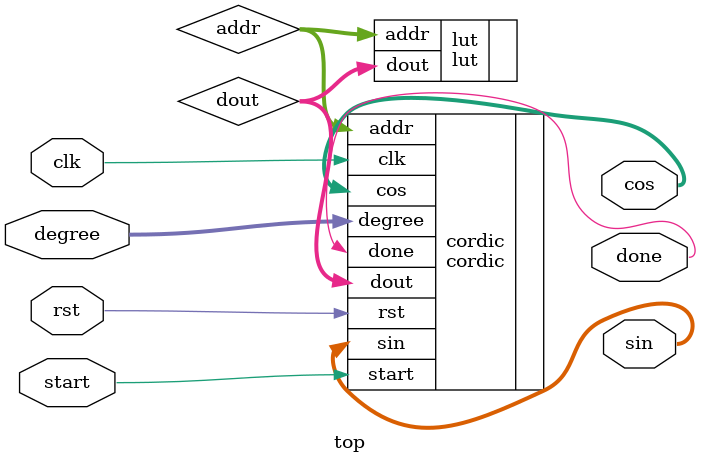
<source format=v>
`include "cordic.v"
`include "lut.v"

module top(
    input clk,
    input rst,
    input start,
    input [8:0] degree, //Q9.0: 0~359


    output [11:0] cos, //Q2.10
    output [11:0] sin, //Q2.10
    output done
);

wire [5:0] addr;
wire [63:0] dout; // Q9, 55

cordic cordic(
        .clk(clk),
        .rst(rst),
        .start(start),
        .degree(degree),

        .cos(cos),
        .sin(sin),
        .done(done),
        .addr(addr),
        .dout(dout) // Q9, 55
);

lut lut(
        .addr(addr),
        .dout(dout) // Q9, 55
);


endmodule

</source>
